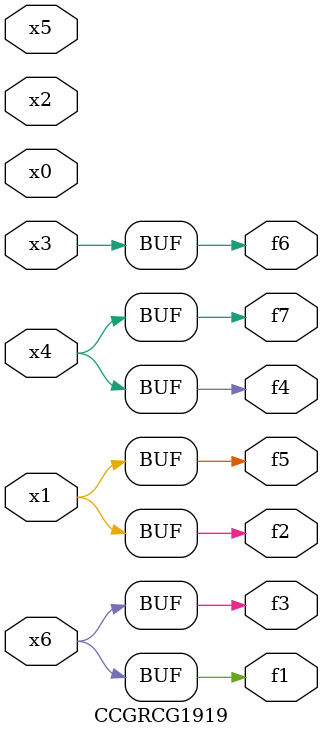
<source format=v>
module CCGRCG1919(
	input x0, x1, x2, x3, x4, x5, x6,
	output f1, f2, f3, f4, f5, f6, f7
);
	assign f1 = x6;
	assign f2 = x1;
	assign f3 = x6;
	assign f4 = x4;
	assign f5 = x1;
	assign f6 = x3;
	assign f7 = x4;
endmodule

</source>
